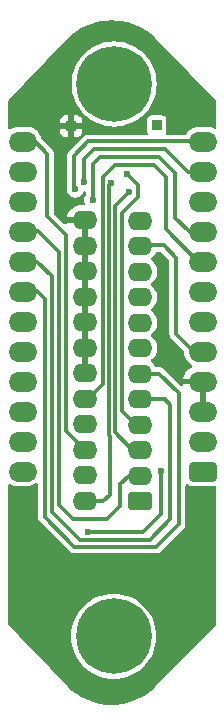
<source format=gbl>
G04 #@! TF.GenerationSoftware,KiCad,Pcbnew,6.0.1-79c1e3a40b~116~ubuntu20.04.1*
G04 #@! TF.CreationDate,2022-01-18T16:47:47+01:00*
G04 #@! TF.ProjectId,Pro_Micro_GPIB,50726f5f-4d69-4637-926f-5f475049422e,rev?*
G04 #@! TF.SameCoordinates,Original*
G04 #@! TF.FileFunction,Copper,L2,Bot*
G04 #@! TF.FilePolarity,Positive*
%FSLAX46Y46*%
G04 Gerber Fmt 4.6, Leading zero omitted, Abs format (unit mm)*
G04 Created by KiCad (PCBNEW 6.0.1-79c1e3a40b~116~ubuntu20.04.1) date 2022-01-18 16:47:47*
%MOMM*%
%LPD*%
G01*
G04 APERTURE LIST*
G04 Aperture macros list*
%AMRoundRect*
0 Rectangle with rounded corners*
0 $1 Rounding radius*
0 $2 $3 $4 $5 $6 $7 $8 $9 X,Y pos of 4 corners*
0 Add a 4 corners polygon primitive as box body*
4,1,4,$2,$3,$4,$5,$6,$7,$8,$9,$2,$3,0*
0 Add four circle primitives for the rounded corners*
1,1,$1+$1,$2,$3*
1,1,$1+$1,$4,$5*
1,1,$1+$1,$6,$7*
1,1,$1+$1,$8,$9*
0 Add four rect primitives between the rounded corners*
20,1,$1+$1,$2,$3,$4,$5,0*
20,1,$1+$1,$4,$5,$6,$7,0*
20,1,$1+$1,$6,$7,$8,$9,0*
20,1,$1+$1,$8,$9,$2,$3,0*%
G04 Aperture macros list end*
G04 #@! TA.AperFunction,ComponentPad*
%ADD10C,6.400000*%
G04 #@! TD*
G04 #@! TA.AperFunction,ComponentPad*
%ADD11C,0.800000*%
G04 #@! TD*
G04 #@! TA.AperFunction,ComponentPad*
%ADD12R,0.850000X0.850000*%
G04 #@! TD*
G04 #@! TA.AperFunction,ComponentPad*
%ADD13RoundRect,0.400000X0.650000X-0.400000X0.650000X0.400000X-0.650000X0.400000X-0.650000X-0.400000X0*%
G04 #@! TD*
G04 #@! TA.AperFunction,ComponentPad*
%ADD14O,2.100000X1.600000*%
G04 #@! TD*
G04 #@! TA.AperFunction,ComponentPad*
%ADD15RoundRect,0.425000X0.775000X-0.425000X0.775000X0.425000X-0.775000X0.425000X-0.775000X-0.425000X0*%
G04 #@! TD*
G04 #@! TA.AperFunction,ComponentPad*
%ADD16O,2.400000X1.700000*%
G04 #@! TD*
G04 #@! TA.AperFunction,ViaPad*
%ADD17C,0.600000*%
G04 #@! TD*
G04 #@! TA.AperFunction,ViaPad*
%ADD18C,0.800000*%
G04 #@! TD*
G04 #@! TA.AperFunction,Conductor*
%ADD19C,0.300000*%
G04 #@! TD*
G04 #@! TA.AperFunction,Conductor*
%ADD20C,0.400000*%
G04 #@! TD*
G04 #@! TA.AperFunction,Conductor*
%ADD21C,0.500000*%
G04 #@! TD*
G04 APERTURE END LIST*
D10*
X111950000Y-73230000D03*
D11*
X109550000Y-73230000D03*
X110252944Y-71532944D03*
X113647056Y-74927056D03*
X111950000Y-75630000D03*
X111950000Y-70830000D03*
X114350000Y-73230000D03*
X110252944Y-74927056D03*
X113647056Y-71532944D03*
D12*
X108320000Y-76810000D03*
D10*
X111910000Y-119990000D03*
D11*
X111910000Y-122390000D03*
X113607056Y-121687056D03*
X110212944Y-121687056D03*
X109510000Y-119990000D03*
X113607056Y-118292944D03*
X114310000Y-119990000D03*
X111910000Y-117590000D03*
X110212944Y-118292944D03*
D13*
X114135300Y-108548300D03*
D14*
X114135300Y-106389300D03*
X114135300Y-104230300D03*
X114135300Y-102071300D03*
X114135300Y-99912300D03*
X114135300Y-97753300D03*
X114135300Y-95594300D03*
X114135300Y-93435300D03*
X114135300Y-91276300D03*
X114135300Y-89117300D03*
X114135300Y-86958300D03*
X114135300Y-84799300D03*
X109455300Y-108523800D03*
X109455300Y-106364800D03*
X109455300Y-104205800D03*
X109455300Y-102046800D03*
X109455300Y-99887800D03*
X109455300Y-97728800D03*
X109455300Y-95569800D03*
X109455300Y-93410800D03*
X109455300Y-91251800D03*
X109455300Y-89092800D03*
X109455300Y-86933800D03*
X109455300Y-84774800D03*
D15*
X119455300Y-106039300D03*
D16*
X119455300Y-103499300D03*
X119455300Y-100959300D03*
X119455300Y-98419300D03*
X119455300Y-95879300D03*
X119455300Y-93339300D03*
X119455300Y-90799300D03*
X119455300Y-88259300D03*
X119455300Y-85719300D03*
X119455300Y-83179300D03*
X119455300Y-80639300D03*
X119455300Y-78099300D03*
X104215300Y-78099300D03*
X104215300Y-80639300D03*
X104215300Y-83179300D03*
X104215300Y-85719300D03*
X104215300Y-88259300D03*
X104215300Y-90799300D03*
X104215300Y-93339300D03*
X104215300Y-95879300D03*
X104215300Y-98419300D03*
X104215300Y-100959300D03*
X104215300Y-103499300D03*
X104215300Y-106039300D03*
D12*
X115560000Y-76720000D03*
D17*
X113208185Y-82410032D03*
X113055550Y-80879050D03*
X109708185Y-111150032D03*
X115915300Y-105958800D03*
X109372300Y-81512300D03*
X111647685Y-81650032D03*
X108674800Y-82149800D03*
X110125300Y-83037800D03*
D18*
X104218185Y-107950032D03*
X119488185Y-107940032D03*
X118938185Y-118420032D03*
X104808185Y-118570032D03*
D19*
X111319417Y-110088800D02*
X108483300Y-110088800D01*
X112468185Y-107090032D02*
X112468185Y-108940032D01*
X108483300Y-110088800D02*
X107298185Y-108903685D01*
X114242690Y-106389300D02*
X113168917Y-106389300D01*
X113168917Y-106389300D02*
X112468185Y-107090032D01*
X112468185Y-108940032D02*
X111319417Y-110088800D01*
X107298185Y-108903685D02*
X107298185Y-87480032D01*
X107298185Y-87480032D02*
X105522953Y-85704800D01*
X105522953Y-85704800D02*
X104228800Y-85704800D01*
X113208185Y-82410032D02*
X112018185Y-83600032D01*
X112018185Y-102730032D02*
X113471453Y-104183300D01*
X113471453Y-104183300D02*
X114134800Y-104183300D01*
X112018185Y-83600032D02*
X112018185Y-102730032D01*
X113055550Y-80879050D02*
X113944300Y-81767800D01*
X112588185Y-100922185D02*
X113690300Y-102024300D01*
X113944300Y-82783800D02*
X112588185Y-84139915D01*
X113055300Y-80878800D02*
X113055550Y-80879050D01*
X112588185Y-84139915D02*
X112588185Y-100922185D01*
X113690300Y-102024300D02*
X114261800Y-102024300D01*
X113944300Y-81767800D02*
X113944300Y-82783800D01*
X114260600Y-99930210D02*
X116231710Y-99930210D01*
X106668185Y-109430032D02*
X106668185Y-89520032D01*
X116688185Y-110075415D02*
X114964067Y-111799533D01*
X109037686Y-111799533D02*
X106668185Y-109430032D01*
X106668185Y-89520032D02*
X105456453Y-88308300D01*
X105456453Y-88308300D02*
X104165300Y-88308300D01*
X114964067Y-111799533D02*
X109037686Y-111799533D01*
X116688185Y-100386685D02*
X116688185Y-110075415D01*
X116231710Y-99930210D02*
X116688185Y-100386685D01*
X106058185Y-109900032D02*
X108588185Y-112430032D01*
X115785800Y-97769800D02*
X114388800Y-97769800D01*
X115508185Y-112430032D02*
X117436800Y-110501417D01*
X106058185Y-91407685D02*
X106058185Y-109900032D01*
X108588185Y-112430032D02*
X115508185Y-112430032D01*
X104228800Y-90784800D02*
X105435300Y-90784800D01*
X117436800Y-99420800D02*
X115785800Y-97769800D01*
X105435300Y-90784800D02*
X106058185Y-91407685D01*
X117436800Y-110501417D02*
X117436800Y-99420800D01*
X114438185Y-111150032D02*
X109708185Y-111150032D01*
X115912800Y-105961300D02*
X115912800Y-109675417D01*
X115912800Y-109675417D02*
X114438185Y-111150032D01*
X117182800Y-87924647D02*
X117182800Y-94406800D01*
X118695300Y-95919300D02*
X119445300Y-95919300D01*
X116132763Y-86874610D02*
X117182800Y-87924647D01*
X117182800Y-94406800D02*
X118695300Y-95919300D01*
X114260600Y-86874610D02*
X116132763Y-86874610D01*
D20*
X114135300Y-84799300D02*
X114135300Y-84342917D01*
D19*
X109372300Y-81513800D02*
X109372300Y-81512300D01*
X118227453Y-80679300D02*
X119445300Y-80679300D01*
X111518674Y-102936936D02*
X111518674Y-81779043D01*
X111608185Y-107990032D02*
X111608185Y-103026448D01*
X109372300Y-79608800D02*
X110241068Y-78740032D01*
X111032007Y-108566210D02*
X111608185Y-107990032D01*
X109372300Y-81512300D02*
X109372300Y-79608800D01*
X110241068Y-78740032D02*
X116288185Y-78740032D01*
X111518674Y-81779043D02*
X111647685Y-81650032D01*
X111608185Y-103026448D02*
X111518674Y-102936936D01*
X116288185Y-78740032D02*
X118227453Y-80679300D01*
X109460000Y-108566210D02*
X111032007Y-108566210D01*
X109753300Y-78084800D02*
X119341800Y-78084800D01*
X108673800Y-82148800D02*
X108546800Y-82021800D01*
X108546800Y-79291300D02*
X109753300Y-78084800D01*
X108546800Y-82021800D02*
X108546800Y-79291300D01*
X104228800Y-78084800D02*
X105252953Y-78084800D01*
X105252953Y-78084800D02*
X106288185Y-79120032D01*
X107898185Y-86030032D02*
X107898185Y-102645685D01*
X107898185Y-102645685D02*
X109499300Y-104246800D01*
X106288185Y-84420032D02*
X107898185Y-86030032D01*
X106288185Y-79120032D02*
X106288185Y-84420032D01*
X117128185Y-80740032D02*
X117128185Y-84570685D01*
X110724068Y-79400032D02*
X115788185Y-79400032D01*
X110125300Y-79998800D02*
X110724068Y-79400032D01*
X117128185Y-84570685D02*
X118262300Y-85704800D01*
X110125300Y-83037800D02*
X110125300Y-79998800D01*
X115788185Y-79400032D02*
X117128185Y-80740032D01*
X119077453Y-88299300D02*
X119445300Y-88299300D01*
X110998185Y-98594915D02*
X110998185Y-81080032D01*
X116308185Y-85530032D02*
X119077453Y-88299300D01*
X109455300Y-99887800D02*
X109705300Y-99887800D01*
X116308185Y-81090032D02*
X116308185Y-85530032D01*
X110998185Y-81080032D02*
X111988185Y-80090032D01*
X109705300Y-99887800D02*
X110998185Y-98594915D01*
X115308185Y-80090032D02*
X116308185Y-81090032D01*
X111988185Y-80090032D02*
X115308185Y-80090032D01*
D21*
X109448185Y-84740032D02*
X109460000Y-84751847D01*
X109460000Y-95561410D02*
X109460000Y-97667000D01*
X109460000Y-84751847D02*
X109460000Y-91190000D01*
X109460000Y-93351610D02*
X109460000Y-95508000D01*
X109460000Y-91192610D02*
X109460000Y-93349000D01*
G04 #@! TA.AperFunction,Conductor*
G36*
X105445225Y-107036241D02*
G01*
X105493656Y-107086601D01*
X105507685Y-107143893D01*
X105507685Y-109885075D01*
X105507576Y-109890267D01*
X105504975Y-109952326D01*
X105506906Y-109960557D01*
X105506906Y-109960561D01*
X105514932Y-109994779D01*
X105517061Y-110006264D01*
X105522979Y-110049464D01*
X105526336Y-110057221D01*
X105529019Y-110063421D01*
X105535943Y-110084357D01*
X105539417Y-110099168D01*
X105543490Y-110106576D01*
X105560423Y-110137378D01*
X105565561Y-110147867D01*
X105579522Y-110180129D01*
X105579525Y-110180134D01*
X105582880Y-110187887D01*
X105588197Y-110194453D01*
X105588198Y-110194455D01*
X105592452Y-110199708D01*
X105604742Y-110217997D01*
X105612078Y-110231340D01*
X105619082Y-110239454D01*
X105643694Y-110264066D01*
X105652379Y-110273711D01*
X105677799Y-110305102D01*
X105693269Y-110316096D01*
X105709119Y-110329491D01*
X108188327Y-112808698D01*
X108191922Y-112812446D01*
X108233984Y-112858188D01*
X108267985Y-112879269D01*
X108271046Y-112881167D01*
X108280672Y-112887783D01*
X108315401Y-112914144D01*
X108323258Y-112917255D01*
X108323260Y-112917256D01*
X108329549Y-112919746D01*
X108349235Y-112929647D01*
X108353355Y-112932201D01*
X108362171Y-112937667D01*
X108400490Y-112948800D01*
X108404049Y-112949834D01*
X108415101Y-112953618D01*
X108447775Y-112966555D01*
X108447782Y-112966557D01*
X108455638Y-112969667D01*
X108464041Y-112970550D01*
X108464045Y-112970551D01*
X108470758Y-112971256D01*
X108492399Y-112975502D01*
X108500770Y-112977934D01*
X108507010Y-112979747D01*
X108513485Y-112980222D01*
X108513488Y-112980223D01*
X108515425Y-112980365D01*
X108515427Y-112980365D01*
X108517700Y-112980532D01*
X108552508Y-112980532D01*
X108565470Y-112981211D01*
X108605639Y-112985433D01*
X108613969Y-112984024D01*
X108613972Y-112984024D01*
X108624352Y-112982268D01*
X108645031Y-112980532D01*
X115493228Y-112980532D01*
X115498421Y-112980641D01*
X115552031Y-112982888D01*
X115552032Y-112982888D01*
X115560479Y-112983242D01*
X115568710Y-112981311D01*
X115568714Y-112981311D01*
X115602932Y-112973285D01*
X115614417Y-112971156D01*
X115632273Y-112968710D01*
X115649245Y-112966385D01*
X115649246Y-112966385D01*
X115657617Y-112965238D01*
X115671575Y-112959198D01*
X115692510Y-112952274D01*
X115699088Y-112950731D01*
X115707321Y-112948800D01*
X115745533Y-112927793D01*
X115756020Y-112922656D01*
X115788282Y-112908695D01*
X115788287Y-112908692D01*
X115796040Y-112905337D01*
X115802606Y-112900020D01*
X115802608Y-112900019D01*
X115807861Y-112895765D01*
X115826150Y-112883475D01*
X115839493Y-112876139D01*
X115847607Y-112869135D01*
X115872219Y-112844523D01*
X115881864Y-112835838D01*
X115913255Y-112810418D01*
X115924249Y-112794948D01*
X115937644Y-112779098D01*
X117815479Y-110901263D01*
X117819227Y-110897668D01*
X117858735Y-110861339D01*
X117858737Y-110861337D01*
X117864956Y-110855618D01*
X117887938Y-110818552D01*
X117894550Y-110808932D01*
X117909180Y-110789658D01*
X117920912Y-110774201D01*
X117926512Y-110760057D01*
X117936418Y-110740361D01*
X117939980Y-110734616D01*
X117944435Y-110727431D01*
X117956602Y-110685552D01*
X117960381Y-110674513D01*
X117976435Y-110633965D01*
X117978025Y-110618840D01*
X117982268Y-110597211D01*
X117984701Y-110588836D01*
X117986515Y-110582592D01*
X117987300Y-110571902D01*
X117987300Y-110537094D01*
X117987979Y-110524132D01*
X117988071Y-110523255D01*
X117992201Y-110483963D01*
X117989036Y-110465250D01*
X117987300Y-110444571D01*
X117987300Y-107225169D01*
X118006985Y-107158130D01*
X118059789Y-107112375D01*
X118128947Y-107102431D01*
X118188999Y-107128531D01*
X118232922Y-107163846D01*
X118393575Y-107243595D01*
X118400092Y-107245220D01*
X118400095Y-107245221D01*
X118562307Y-107285664D01*
X118562309Y-107285664D01*
X118567606Y-107286985D01*
X118573049Y-107287356D01*
X118573055Y-107287357D01*
X118596000Y-107288921D01*
X118608896Y-107289800D01*
X120301704Y-107289800D01*
X120314600Y-107288921D01*
X120337545Y-107287357D01*
X120337551Y-107287356D01*
X120342994Y-107286985D01*
X120348291Y-107285664D01*
X120348293Y-107285664D01*
X120404857Y-107271561D01*
X120444188Y-107261755D01*
X120513997Y-107264637D01*
X120571167Y-107304803D01*
X120597546Y-107369502D01*
X120598185Y-107382072D01*
X120598185Y-118957133D01*
X120578500Y-119024172D01*
X120563048Y-119043616D01*
X115433613Y-124314023D01*
X115414473Y-124330079D01*
X115405971Y-124335859D01*
X115398112Y-124345994D01*
X115381160Y-124363862D01*
X115073771Y-124629262D01*
X115065623Y-124635721D01*
X114711120Y-124893298D01*
X114702460Y-124899051D01*
X114327635Y-125126019D01*
X114318524Y-125131027D01*
X113925989Y-125325803D01*
X113916489Y-125330030D01*
X113509025Y-125491234D01*
X113499208Y-125494649D01*
X113080842Y-125620799D01*
X113079671Y-125621152D01*
X113069602Y-125623733D01*
X112640934Y-125714645D01*
X112630688Y-125716373D01*
X112534267Y-125728500D01*
X112195913Y-125771055D01*
X112185551Y-125771919D01*
X111853960Y-125785602D01*
X111747714Y-125789986D01*
X111737324Y-125789978D01*
X111299532Y-125771302D01*
X111289178Y-125770424D01*
X110854468Y-125715136D01*
X110844240Y-125713397D01*
X110415681Y-125621883D01*
X110405630Y-125619291D01*
X109986272Y-125492205D01*
X109976459Y-125488776D01*
X109569198Y-125326996D01*
X109559705Y-125322756D01*
X109167464Y-125127444D01*
X109158359Y-125122424D01*
X108783833Y-124894924D01*
X108775181Y-124889158D01*
X108421040Y-124631088D01*
X108412917Y-124624631D01*
X108105882Y-124358789D01*
X108088957Y-124340898D01*
X108081115Y-124330756D01*
X108073051Y-124325257D01*
X108070739Y-124323079D01*
X108054550Y-124309349D01*
X104989912Y-121101014D01*
X103928659Y-119990000D01*
X108304559Y-119990000D01*
X108324310Y-120366871D01*
X108383347Y-120739613D01*
X108481022Y-121104143D01*
X108482180Y-121107159D01*
X108482182Y-121107166D01*
X108615102Y-121453434D01*
X108615106Y-121453442D01*
X108616266Y-121456465D01*
X108787597Y-121792720D01*
X108789363Y-121795440D01*
X108789368Y-121795448D01*
X108991365Y-122106497D01*
X108993137Y-122109225D01*
X108995178Y-122111745D01*
X108995182Y-122111751D01*
X109228595Y-122399992D01*
X109230635Y-122402511D01*
X109497489Y-122669365D01*
X109500006Y-122671403D01*
X109500008Y-122671405D01*
X109788249Y-122904818D01*
X109788255Y-122904822D01*
X109790775Y-122906863D01*
X109793498Y-122908631D01*
X109793503Y-122908635D01*
X110061843Y-123082897D01*
X110107279Y-123112403D01*
X110443535Y-123283734D01*
X110446558Y-123284894D01*
X110446566Y-123284898D01*
X110792834Y-123417818D01*
X110792841Y-123417820D01*
X110795857Y-123418978D01*
X111160387Y-123516653D01*
X111533129Y-123575690D01*
X111536361Y-123575859D01*
X111536367Y-123575860D01*
X111906756Y-123595271D01*
X111910000Y-123595441D01*
X111913244Y-123595271D01*
X112283633Y-123575860D01*
X112283639Y-123575859D01*
X112286871Y-123575690D01*
X112659613Y-123516653D01*
X113024143Y-123418978D01*
X113027159Y-123417820D01*
X113027166Y-123417818D01*
X113373434Y-123284898D01*
X113373442Y-123284894D01*
X113376465Y-123283734D01*
X113712721Y-123112403D01*
X113758157Y-123082897D01*
X114026497Y-122908635D01*
X114026502Y-122908631D01*
X114029225Y-122906863D01*
X114031745Y-122904822D01*
X114031751Y-122904818D01*
X114319992Y-122671405D01*
X114319994Y-122671403D01*
X114322511Y-122669365D01*
X114589365Y-122402511D01*
X114591405Y-122399992D01*
X114824818Y-122111751D01*
X114824822Y-122111745D01*
X114826863Y-122109225D01*
X114828635Y-122106497D01*
X115030632Y-121795448D01*
X115030637Y-121795440D01*
X115032403Y-121792720D01*
X115203734Y-121456465D01*
X115204894Y-121453442D01*
X115204898Y-121453434D01*
X115337818Y-121107166D01*
X115337820Y-121107159D01*
X115338978Y-121104143D01*
X115436653Y-120739613D01*
X115495690Y-120366871D01*
X115515441Y-119990000D01*
X115495690Y-119613129D01*
X115436653Y-119240387D01*
X115338978Y-118875857D01*
X115337818Y-118872834D01*
X115204898Y-118526566D01*
X115204894Y-118526558D01*
X115203734Y-118523535D01*
X115032403Y-118187280D01*
X115030637Y-118184560D01*
X115030632Y-118184552D01*
X114828635Y-117873503D01*
X114828631Y-117873498D01*
X114826863Y-117870775D01*
X114824822Y-117868255D01*
X114824818Y-117868249D01*
X114591405Y-117580008D01*
X114591403Y-117580006D01*
X114589365Y-117577489D01*
X114322511Y-117310635D01*
X114319992Y-117308595D01*
X114031751Y-117075182D01*
X114031745Y-117075178D01*
X114029225Y-117073137D01*
X114026502Y-117071369D01*
X114026497Y-117071365D01*
X113715448Y-116869368D01*
X113712721Y-116867597D01*
X113376465Y-116696266D01*
X113373442Y-116695106D01*
X113373434Y-116695102D01*
X113027166Y-116562182D01*
X113027159Y-116562180D01*
X113024143Y-116561022D01*
X112659613Y-116463347D01*
X112286871Y-116404310D01*
X112283639Y-116404141D01*
X112283633Y-116404140D01*
X111913244Y-116384729D01*
X111910000Y-116384559D01*
X111906756Y-116384729D01*
X111536367Y-116404140D01*
X111536361Y-116404141D01*
X111533129Y-116404310D01*
X111160387Y-116463347D01*
X110795857Y-116561022D01*
X110792841Y-116562180D01*
X110792834Y-116562182D01*
X110446566Y-116695102D01*
X110446558Y-116695106D01*
X110443535Y-116696266D01*
X110107280Y-116867597D01*
X110104560Y-116869363D01*
X110104552Y-116869368D01*
X109793503Y-117071365D01*
X109793498Y-117071369D01*
X109790775Y-117073137D01*
X109788255Y-117075178D01*
X109788249Y-117075182D01*
X109500008Y-117308595D01*
X109497489Y-117310635D01*
X109230635Y-117577489D01*
X109228597Y-117580006D01*
X109228595Y-117580008D01*
X108995182Y-117868249D01*
X108995178Y-117868255D01*
X108993137Y-117870775D01*
X108991369Y-117873498D01*
X108991365Y-117873503D01*
X108789368Y-118184552D01*
X108789363Y-118184560D01*
X108787597Y-118187280D01*
X108616266Y-118523535D01*
X108615106Y-118526558D01*
X108615102Y-118526566D01*
X108482182Y-118872834D01*
X108481022Y-118875857D01*
X108383347Y-119240387D01*
X108324310Y-119613129D01*
X108304559Y-119990000D01*
X103928659Y-119990000D01*
X103026589Y-119045633D01*
X102994517Y-118983559D01*
X102992255Y-118959983D01*
X102992255Y-107192076D01*
X103011940Y-107125037D01*
X103064744Y-107079282D01*
X103133902Y-107069338D01*
X103182148Y-107087032D01*
X103206695Y-107102431D01*
X103290615Y-107155075D01*
X103290620Y-107155078D01*
X103295290Y-107158007D01*
X103300407Y-107160064D01*
X103300411Y-107160066D01*
X103407978Y-107203307D01*
X103502405Y-107241266D01*
X103507807Y-107242385D01*
X103507808Y-107242385D01*
X103513651Y-107243595D01*
X103720990Y-107286533D01*
X103777649Y-107289800D01*
X104621930Y-107289800D01*
X104624673Y-107289555D01*
X104624677Y-107289555D01*
X104782139Y-107275502D01*
X104782141Y-107275502D01*
X104787639Y-107275011D01*
X105002951Y-107216108D01*
X105007930Y-107213733D01*
X105007933Y-107213732D01*
X105199448Y-107122384D01*
X105199450Y-107122383D01*
X105204429Y-107120008D01*
X105208913Y-107116786D01*
X105311326Y-107043195D01*
X105377255Y-107020060D01*
X105445225Y-107036241D01*
G37*
G04 #@! TD.AperFunction*
G04 #@! TA.AperFunction,Conductor*
G36*
X115920415Y-87444795D02*
G01*
X115941057Y-87461429D01*
X116595981Y-88116353D01*
X116629466Y-88177676D01*
X116632300Y-88204034D01*
X116632300Y-94391843D01*
X116632191Y-94397035D01*
X116629590Y-94459094D01*
X116631521Y-94467325D01*
X116631521Y-94467329D01*
X116639547Y-94501547D01*
X116641677Y-94513036D01*
X116645809Y-94543198D01*
X116647594Y-94556232D01*
X116650951Y-94563989D01*
X116653634Y-94570189D01*
X116660558Y-94591125D01*
X116664032Y-94605936D01*
X116684732Y-94643589D01*
X116685038Y-94644146D01*
X116690176Y-94654635D01*
X116704137Y-94686897D01*
X116704140Y-94686902D01*
X116707495Y-94694655D01*
X116712812Y-94701221D01*
X116712813Y-94701223D01*
X116717067Y-94706476D01*
X116729357Y-94724765D01*
X116736693Y-94738108D01*
X116740941Y-94743030D01*
X116740943Y-94743032D01*
X116742212Y-94744502D01*
X116743697Y-94746222D01*
X116768309Y-94770834D01*
X116776994Y-94780479D01*
X116802414Y-94811870D01*
X116817884Y-94822864D01*
X116833734Y-94836259D01*
X117814642Y-95817166D01*
X117848127Y-95878489D01*
X117850421Y-95907711D01*
X117850511Y-95907708D01*
X117850571Y-95909623D01*
X117850756Y-95911977D01*
X117850366Y-95918738D01*
X117877183Y-96140344D01*
X117878808Y-96145626D01*
X117936274Y-96332424D01*
X117942819Y-96353700D01*
X117945352Y-96358607D01*
X117945353Y-96358610D01*
X118042667Y-96547150D01*
X118045201Y-96552059D01*
X118069082Y-96583181D01*
X118177730Y-96724776D01*
X118177734Y-96724780D01*
X118181090Y-96729154D01*
X118346193Y-96879386D01*
X118352265Y-96883195D01*
X118522852Y-96990205D01*
X118569182Y-97042505D01*
X118579882Y-97111551D01*
X118551554Y-97175420D01*
X118509363Y-97207630D01*
X118432633Y-97243410D01*
X118423283Y-97248808D01*
X118238657Y-97378084D01*
X118230393Y-97385019D01*
X118071021Y-97544391D01*
X118064085Y-97552657D01*
X117934802Y-97737292D01*
X117929414Y-97746624D01*
X117834157Y-97950903D01*
X117830468Y-97961036D01*
X117779278Y-98152079D01*
X117779609Y-98165953D01*
X117787425Y-98169300D01*
X119581300Y-98169300D01*
X119648339Y-98188985D01*
X119694094Y-98241789D01*
X119705300Y-98293300D01*
X119705300Y-101085300D01*
X119685615Y-101152339D01*
X119632811Y-101198094D01*
X119581300Y-101209300D01*
X119329300Y-101209300D01*
X119262261Y-101189615D01*
X119216506Y-101136811D01*
X119205300Y-101085300D01*
X119205300Y-98687130D01*
X119200896Y-98672131D01*
X119199526Y-98670944D01*
X119191968Y-98669300D01*
X117792494Y-98669300D01*
X117779177Y-98673210D01*
X117775281Y-98700304D01*
X117746255Y-98763859D01*
X117687477Y-98801633D01*
X117617607Y-98801633D01*
X117564862Y-98770337D01*
X116185658Y-97391134D01*
X116182063Y-97387386D01*
X116145722Y-97347865D01*
X116145720Y-97347863D01*
X116140001Y-97341644D01*
X116102938Y-97318664D01*
X116093310Y-97312047D01*
X116065316Y-97290798D01*
X116065313Y-97290796D01*
X116058583Y-97285688D01*
X116050725Y-97282577D01*
X116050720Y-97282574D01*
X116044445Y-97280090D01*
X116024744Y-97270182D01*
X116018999Y-97266620D01*
X116011814Y-97262165D01*
X115985846Y-97254621D01*
X115969942Y-97250000D01*
X115958891Y-97246216D01*
X115926208Y-97233276D01*
X115926205Y-97233275D01*
X115918347Y-97230164D01*
X115903218Y-97228574D01*
X115881584Y-97224329D01*
X115873219Y-97221899D01*
X115866975Y-97220085D01*
X115859476Y-97219534D01*
X115858560Y-97219467D01*
X115858558Y-97219467D01*
X115856285Y-97219300D01*
X115821478Y-97219300D01*
X115808517Y-97218621D01*
X115776752Y-97215282D01*
X115776749Y-97215282D01*
X115768346Y-97214399D01*
X115760016Y-97215808D01*
X115760013Y-97215808D01*
X115749633Y-97217564D01*
X115728954Y-97219300D01*
X115535110Y-97219300D01*
X115468071Y-97199615D01*
X115428544Y-97158700D01*
X115363596Y-97049532D01*
X115363595Y-97049531D01*
X115360686Y-97044641D01*
X115215210Y-96878757D01*
X115210751Y-96875242D01*
X115210747Y-96875238D01*
X115077766Y-96770405D01*
X115037306Y-96713443D01*
X115034064Y-96643649D01*
X115069071Y-96583181D01*
X115080342Y-96573671D01*
X115115858Y-96547150D01*
X115192033Y-96490267D01*
X115341801Y-96328249D01*
X115459536Y-96141650D01*
X115541294Y-95936721D01*
X115547065Y-95907711D01*
X115583227Y-95725908D01*
X115584338Y-95720324D01*
X115587226Y-95499706D01*
X115549862Y-95282257D01*
X115473496Y-95075257D01*
X115386394Y-94928852D01*
X115363596Y-94890532D01*
X115363595Y-94890531D01*
X115360686Y-94885641D01*
X115215210Y-94719757D01*
X115210751Y-94716242D01*
X115210747Y-94716238D01*
X115077766Y-94611405D01*
X115037306Y-94554443D01*
X115034064Y-94484649D01*
X115069071Y-94424181D01*
X115080342Y-94414671D01*
X115110912Y-94391843D01*
X115192033Y-94331267D01*
X115341801Y-94169249D01*
X115438216Y-94016441D01*
X115456502Y-93987459D01*
X115456503Y-93987457D01*
X115459536Y-93982650D01*
X115541294Y-93777721D01*
X115584338Y-93561324D01*
X115586729Y-93378738D01*
X115587152Y-93346395D01*
X115587152Y-93346390D01*
X115587226Y-93340706D01*
X115586263Y-93335101D01*
X115550825Y-93128860D01*
X115550824Y-93128857D01*
X115549862Y-93123257D01*
X115473496Y-92916257D01*
X115382031Y-92762518D01*
X115363596Y-92731532D01*
X115363595Y-92731531D01*
X115360686Y-92726641D01*
X115215210Y-92560757D01*
X115210751Y-92557242D01*
X115210747Y-92557238D01*
X115077766Y-92452405D01*
X115037306Y-92395443D01*
X115034064Y-92325649D01*
X115069071Y-92265181D01*
X115080342Y-92255671D01*
X115123389Y-92223526D01*
X115192033Y-92172267D01*
X115341801Y-92010249D01*
X115369540Y-91966286D01*
X115456502Y-91828459D01*
X115456503Y-91828457D01*
X115459536Y-91823650D01*
X115541294Y-91618721D01*
X115584338Y-91402324D01*
X115585397Y-91321495D01*
X115587152Y-91187395D01*
X115587152Y-91187390D01*
X115587226Y-91181706D01*
X115549862Y-90964257D01*
X115473496Y-90757257D01*
X115360686Y-90567641D01*
X115215210Y-90401757D01*
X115210751Y-90398242D01*
X115210747Y-90398238D01*
X115077766Y-90293405D01*
X115037306Y-90236443D01*
X115034064Y-90166649D01*
X115069071Y-90106181D01*
X115080342Y-90096671D01*
X115192033Y-90013267D01*
X115341801Y-89851249D01*
X115355240Y-89829950D01*
X115456502Y-89669459D01*
X115456503Y-89669457D01*
X115459536Y-89664650D01*
X115541294Y-89459721D01*
X115549535Y-89418294D01*
X115565747Y-89336786D01*
X115584338Y-89243324D01*
X115584736Y-89212975D01*
X115587152Y-89028395D01*
X115587152Y-89028390D01*
X115587226Y-89022706D01*
X115570807Y-88927150D01*
X115550825Y-88810860D01*
X115550824Y-88810857D01*
X115549862Y-88805257D01*
X115473496Y-88598257D01*
X115360686Y-88408641D01*
X115215210Y-88242757D01*
X115210751Y-88239242D01*
X115210747Y-88239238D01*
X115077766Y-88134405D01*
X115037306Y-88077443D01*
X115034064Y-88007649D01*
X115069071Y-87947181D01*
X115080342Y-87937671D01*
X115192033Y-87854267D01*
X115341801Y-87692249D01*
X115344836Y-87687439D01*
X115456502Y-87510459D01*
X115456503Y-87510457D01*
X115459536Y-87505650D01*
X115461643Y-87500369D01*
X115464223Y-87495305D01*
X115465986Y-87496203D01*
X115503653Y-87448189D01*
X115575701Y-87425110D01*
X115853376Y-87425110D01*
X115920415Y-87444795D01*
G37*
G04 #@! TD.AperFunction*
G04 #@! TA.AperFunction,Conductor*
G36*
X111755186Y-67846086D02*
G01*
X112192978Y-67864762D01*
X112203332Y-67865640D01*
X112638042Y-67920928D01*
X112648270Y-67922667D01*
X113076829Y-68014181D01*
X113086880Y-68016773D01*
X113506236Y-68143858D01*
X113516051Y-68147288D01*
X113923312Y-68309068D01*
X113932805Y-68313308D01*
X114325046Y-68508620D01*
X114334151Y-68513640D01*
X114708677Y-68741140D01*
X114717326Y-68746904D01*
X115071470Y-69004976D01*
X115079593Y-69011433D01*
X115380769Y-69272202D01*
X115386626Y-69277273D01*
X115403553Y-69295166D01*
X115411395Y-69305308D01*
X115420185Y-69311302D01*
X115439188Y-69327267D01*
X116200299Y-70109368D01*
X120442721Y-74468788D01*
X120563051Y-74592437D01*
X120595698Y-74654210D01*
X120598185Y-74678918D01*
X120598185Y-76896239D01*
X120578500Y-76963278D01*
X120525696Y-77009033D01*
X120456538Y-77018977D01*
X120408291Y-77001282D01*
X120404253Y-76998749D01*
X120375310Y-76980593D01*
X120370193Y-76978536D01*
X120370189Y-76978534D01*
X120173317Y-76899393D01*
X120168195Y-76897334D01*
X119949610Y-76852067D01*
X119892951Y-76848800D01*
X119048670Y-76848800D01*
X119045927Y-76849045D01*
X119045923Y-76849045D01*
X118888461Y-76863098D01*
X118888459Y-76863098D01*
X118882961Y-76863589D01*
X118667649Y-76922492D01*
X118662670Y-76924867D01*
X118662667Y-76924868D01*
X118471152Y-77016216D01*
X118466171Y-77018592D01*
X118461689Y-77021813D01*
X118461687Y-77021814D01*
X118348797Y-77102934D01*
X118284895Y-77148852D01*
X118129551Y-77309154D01*
X118126473Y-77313734D01*
X118126471Y-77313737D01*
X118079699Y-77383342D01*
X118026971Y-77461811D01*
X118015111Y-77479460D01*
X117961382Y-77524125D01*
X117912189Y-77534300D01*
X116438483Y-77534300D01*
X116371444Y-77514615D01*
X116325689Y-77461811D01*
X116315745Y-77392653D01*
X116327998Y-77354005D01*
X116329655Y-77350753D01*
X116370646Y-77270304D01*
X116385500Y-77176519D01*
X116385499Y-76263482D01*
X116370646Y-76169696D01*
X116313050Y-76056658D01*
X116223342Y-75966950D01*
X116110304Y-75909354D01*
X116069113Y-75902830D01*
X116021339Y-75895263D01*
X116021334Y-75895263D01*
X116016519Y-75894500D01*
X116011641Y-75894500D01*
X115559673Y-75894501D01*
X115103482Y-75894501D01*
X115030849Y-75906004D01*
X115019331Y-75907828D01*
X115019330Y-75907828D01*
X115009696Y-75909354D01*
X114896658Y-75966950D01*
X114806950Y-76056658D01*
X114749354Y-76169696D01*
X114734500Y-76263481D01*
X114734501Y-77176518D01*
X114749354Y-77270304D01*
X114790345Y-77350753D01*
X114792002Y-77354005D01*
X114804898Y-77422674D01*
X114778622Y-77487415D01*
X114721515Y-77527672D01*
X114681517Y-77534300D01*
X109768257Y-77534300D01*
X109763064Y-77534191D01*
X109709454Y-77531944D01*
X109709453Y-77531944D01*
X109701006Y-77531590D01*
X109692775Y-77533521D01*
X109692771Y-77533521D01*
X109658553Y-77541547D01*
X109647068Y-77543676D01*
X109629212Y-77546122D01*
X109612240Y-77548447D01*
X109612239Y-77548447D01*
X109603868Y-77549594D01*
X109596110Y-77552951D01*
X109596111Y-77552951D01*
X109589911Y-77555634D01*
X109568975Y-77562558D01*
X109562397Y-77564101D01*
X109554164Y-77566032D01*
X109515954Y-77587038D01*
X109505465Y-77592176D01*
X109473203Y-77606137D01*
X109473198Y-77606140D01*
X109465445Y-77609495D01*
X109458879Y-77614812D01*
X109458877Y-77614813D01*
X109453624Y-77619067D01*
X109435335Y-77631357D01*
X109421992Y-77638693D01*
X109413878Y-77645697D01*
X109389266Y-77670309D01*
X109379621Y-77678994D01*
X109348230Y-77704414D01*
X109343334Y-77711304D01*
X109337236Y-77719884D01*
X109323841Y-77735734D01*
X108168134Y-78891442D01*
X108164386Y-78895037D01*
X108124865Y-78931378D01*
X108124863Y-78931380D01*
X108118644Y-78937099D01*
X108111170Y-78949154D01*
X108095664Y-78974162D01*
X108089047Y-78983790D01*
X108067798Y-79011784D01*
X108067796Y-79011787D01*
X108062688Y-79018517D01*
X108059577Y-79026375D01*
X108059574Y-79026380D01*
X108057090Y-79032655D01*
X108047182Y-79052356D01*
X108039165Y-79065286D01*
X108036807Y-79073403D01*
X108027000Y-79107158D01*
X108023216Y-79118209D01*
X108014873Y-79139282D01*
X108007164Y-79158753D01*
X108006281Y-79167157D01*
X108005574Y-79173881D01*
X108001329Y-79195516D01*
X107997085Y-79210125D01*
X107996300Y-79220815D01*
X107996300Y-79255622D01*
X107995621Y-79268582D01*
X107991399Y-79308754D01*
X107992808Y-79317084D01*
X107992808Y-79317087D01*
X107994564Y-79327467D01*
X107996300Y-79348146D01*
X107996300Y-81942880D01*
X107992810Y-81970501D01*
X107991324Y-81974313D01*
X107969194Y-82142411D01*
X107970014Y-82149839D01*
X107970014Y-82149841D01*
X107980184Y-82241957D01*
X107987799Y-82310935D01*
X107990365Y-82317947D01*
X107990366Y-82317951D01*
X107996175Y-82333824D01*
X108046066Y-82470156D01*
X108050233Y-82476358D01*
X108050235Y-82476361D01*
X108096673Y-82545468D01*
X108140630Y-82610883D01*
X108146160Y-82615915D01*
X108260502Y-82719959D01*
X108260506Y-82719962D01*
X108266033Y-82724991D01*
X108415035Y-82805892D01*
X108507879Y-82830249D01*
X108571805Y-82847020D01*
X108571807Y-82847020D01*
X108579033Y-82848916D01*
X108661978Y-82850219D01*
X108741090Y-82851462D01*
X108741093Y-82851462D01*
X108748560Y-82851579D01*
X108888727Y-82819477D01*
X108906538Y-82815398D01*
X108906539Y-82815398D01*
X108913829Y-82813728D01*
X109024606Y-82758013D01*
X109058620Y-82740906D01*
X109058622Y-82740905D01*
X109065298Y-82737547D01*
X109070980Y-82732694D01*
X109070983Y-82732692D01*
X109188541Y-82632287D01*
X109194223Y-82627434D01*
X109293161Y-82489747D01*
X109335748Y-82383809D01*
X109379017Y-82328950D01*
X109445077Y-82306192D01*
X109512953Y-82322762D01*
X109561097Y-82373398D01*
X109574800Y-82430060D01*
X109574800Y-82563557D01*
X109552251Y-82634857D01*
X109503413Y-82704347D01*
X109441824Y-82862313D01*
X109419694Y-83030411D01*
X109420514Y-83037839D01*
X109420514Y-83037841D01*
X109434871Y-83167884D01*
X109438299Y-83198935D01*
X109440865Y-83205947D01*
X109440866Y-83205951D01*
X109478279Y-83308186D01*
X109482832Y-83377908D01*
X109448968Y-83439022D01*
X109387439Y-83472127D01*
X109361831Y-83474800D01*
X109151246Y-83474800D01*
X109145836Y-83475036D01*
X108984094Y-83489187D01*
X108973463Y-83491061D01*
X108764202Y-83547132D01*
X108754069Y-83550821D01*
X108557720Y-83642380D01*
X108548387Y-83647768D01*
X108370919Y-83772033D01*
X108362653Y-83778969D01*
X108209469Y-83932153D01*
X108202533Y-83940419D01*
X108078268Y-84117887D01*
X108072880Y-84127220D01*
X107981323Y-84323565D01*
X107977631Y-84333708D01*
X107931042Y-84507579D01*
X107931373Y-84521453D01*
X107939189Y-84524800D01*
X109581300Y-84524800D01*
X109648339Y-84544485D01*
X109694094Y-84597289D01*
X109705300Y-84648800D01*
X109705300Y-97854800D01*
X109685615Y-97921839D01*
X109632811Y-97967594D01*
X109581300Y-97978800D01*
X109329300Y-97978800D01*
X109262261Y-97959115D01*
X109216506Y-97906311D01*
X109205300Y-97854800D01*
X109205300Y-85042630D01*
X109200896Y-85027631D01*
X109199526Y-85026444D01*
X109191968Y-85024800D01*
X107944258Y-85024800D01*
X107929259Y-85029204D01*
X107917935Y-85042273D01*
X107905046Y-85070496D01*
X107846268Y-85108270D01*
X107776398Y-85108270D01*
X107723652Y-85076974D01*
X106875004Y-84228327D01*
X106841519Y-84167004D01*
X106838685Y-84140646D01*
X106838685Y-79134989D01*
X106838794Y-79129796D01*
X106841041Y-79076186D01*
X106841041Y-79076185D01*
X106841395Y-79067738D01*
X106839464Y-79059507D01*
X106839464Y-79059503D01*
X106831438Y-79025285D01*
X106829308Y-79013796D01*
X106829033Y-79011784D01*
X106823391Y-78970600D01*
X106817351Y-78956642D01*
X106810427Y-78935707D01*
X106808884Y-78929129D01*
X106806953Y-78920896D01*
X106785946Y-78882684D01*
X106780809Y-78872197D01*
X106766848Y-78839935D01*
X106766845Y-78839930D01*
X106763490Y-78832177D01*
X106753918Y-78820356D01*
X106741625Y-78802063D01*
X106734292Y-78788724D01*
X106727288Y-78780610D01*
X106702676Y-78755998D01*
X106693991Y-78746353D01*
X106673890Y-78721531D01*
X106668571Y-78714962D01*
X106653101Y-78703968D01*
X106637251Y-78690573D01*
X105818967Y-77872290D01*
X105788130Y-77821070D01*
X105729406Y-77630181D01*
X105729404Y-77630177D01*
X105727781Y-77624900D01*
X105724771Y-77619067D01*
X105627933Y-77431450D01*
X105627932Y-77431448D01*
X105625399Y-77426541D01*
X105538842Y-77313737D01*
X105512166Y-77278972D01*
X107395000Y-77278972D01*
X107395363Y-77285669D01*
X107400803Y-77335744D01*
X107404371Y-77350753D01*
X107448817Y-77469311D01*
X107457212Y-77484646D01*
X107532516Y-77585124D01*
X107544876Y-77597484D01*
X107645354Y-77672788D01*
X107660689Y-77681183D01*
X107779247Y-77725629D01*
X107794256Y-77729197D01*
X107844331Y-77734637D01*
X107851028Y-77735000D01*
X108052170Y-77735000D01*
X108067169Y-77730596D01*
X108068356Y-77729226D01*
X108070000Y-77721668D01*
X108070000Y-77717170D01*
X108570000Y-77717170D01*
X108574404Y-77732169D01*
X108575774Y-77733356D01*
X108583332Y-77735000D01*
X108788972Y-77735000D01*
X108795669Y-77734637D01*
X108845744Y-77729197D01*
X108860753Y-77725629D01*
X108979311Y-77681183D01*
X108994646Y-77672788D01*
X109095124Y-77597484D01*
X109107484Y-77585124D01*
X109182788Y-77484646D01*
X109191183Y-77469311D01*
X109235629Y-77350753D01*
X109239197Y-77335744D01*
X109244637Y-77285669D01*
X109245000Y-77278972D01*
X109245000Y-77077830D01*
X109240596Y-77062831D01*
X109239226Y-77061644D01*
X109231668Y-77060000D01*
X108587830Y-77060000D01*
X108572831Y-77064404D01*
X108571644Y-77065774D01*
X108570000Y-77073332D01*
X108570000Y-77717170D01*
X108070000Y-77717170D01*
X108070000Y-77077830D01*
X108065596Y-77062831D01*
X108064226Y-77061644D01*
X108056668Y-77060000D01*
X107412830Y-77060000D01*
X107397831Y-77064404D01*
X107396644Y-77065774D01*
X107395000Y-77073332D01*
X107395000Y-77278972D01*
X105512166Y-77278972D01*
X105492870Y-77253824D01*
X105492866Y-77253820D01*
X105489510Y-77249446D01*
X105324407Y-77099214D01*
X105135310Y-76980593D01*
X105130193Y-76978536D01*
X105130189Y-76978534D01*
X104933317Y-76899393D01*
X104928195Y-76897334D01*
X104709610Y-76852067D01*
X104652951Y-76848800D01*
X103808670Y-76848800D01*
X103805927Y-76849045D01*
X103805923Y-76849045D01*
X103648461Y-76863098D01*
X103648459Y-76863098D01*
X103642961Y-76863589D01*
X103427649Y-76922492D01*
X103422670Y-76924867D01*
X103422667Y-76924868D01*
X103231152Y-77016216D01*
X103226171Y-77018592D01*
X103198703Y-77038329D01*
X103188613Y-77045580D01*
X103122685Y-77068714D01*
X103054715Y-77052532D01*
X103006283Y-77002172D01*
X102992255Y-76944881D01*
X102992255Y-76542170D01*
X107395000Y-76542170D01*
X107399404Y-76557169D01*
X107400774Y-76558356D01*
X107408332Y-76560000D01*
X108052170Y-76560000D01*
X108067169Y-76555596D01*
X108068356Y-76554226D01*
X108070000Y-76546668D01*
X108070000Y-76542170D01*
X108570000Y-76542170D01*
X108574404Y-76557169D01*
X108575774Y-76558356D01*
X108583332Y-76560000D01*
X109227170Y-76560000D01*
X109242169Y-76555596D01*
X109243356Y-76554226D01*
X109245000Y-76546668D01*
X109245000Y-76341028D01*
X109244637Y-76334331D01*
X109239197Y-76284256D01*
X109235629Y-76269247D01*
X109191183Y-76150689D01*
X109182788Y-76135354D01*
X109107484Y-76034876D01*
X109095124Y-76022516D01*
X108994646Y-75947212D01*
X108979311Y-75938817D01*
X108860753Y-75894371D01*
X108845744Y-75890803D01*
X108795669Y-75885363D01*
X108788972Y-75885000D01*
X108587830Y-75885000D01*
X108572831Y-75889404D01*
X108571644Y-75890774D01*
X108570000Y-75898332D01*
X108570000Y-76542170D01*
X108070000Y-76542170D01*
X108070000Y-75902830D01*
X108065596Y-75887831D01*
X108064226Y-75886644D01*
X108056668Y-75885000D01*
X107851028Y-75885000D01*
X107844331Y-75885363D01*
X107794256Y-75890803D01*
X107779247Y-75894371D01*
X107660689Y-75938817D01*
X107645354Y-75947212D01*
X107544876Y-76022516D01*
X107532516Y-76034876D01*
X107457212Y-76135354D01*
X107448817Y-76150689D01*
X107404371Y-76269247D01*
X107400803Y-76284256D01*
X107395363Y-76334331D01*
X107395000Y-76341028D01*
X107395000Y-76542170D01*
X102992255Y-76542170D01*
X102992255Y-74676099D01*
X103011940Y-74609060D01*
X103026594Y-74590444D01*
X103966220Y-73606871D01*
X104326252Y-73230000D01*
X108344559Y-73230000D01*
X108364310Y-73606871D01*
X108423347Y-73979613D01*
X108521022Y-74344143D01*
X108522180Y-74347159D01*
X108522182Y-74347166D01*
X108655102Y-74693434D01*
X108655106Y-74693442D01*
X108656266Y-74696465D01*
X108827597Y-75032720D01*
X108829363Y-75035440D01*
X108829368Y-75035448D01*
X109031365Y-75346497D01*
X109033137Y-75349225D01*
X109035178Y-75351745D01*
X109035182Y-75351751D01*
X109268595Y-75639992D01*
X109270635Y-75642511D01*
X109537489Y-75909365D01*
X109540006Y-75911403D01*
X109540008Y-75911405D01*
X109828249Y-76144818D01*
X109828255Y-76144822D01*
X109830775Y-76146863D01*
X109833498Y-76148631D01*
X109833503Y-76148635D01*
X110019230Y-76269247D01*
X110147279Y-76352403D01*
X110483535Y-76523734D01*
X110486558Y-76524894D01*
X110486566Y-76524898D01*
X110832834Y-76657818D01*
X110832841Y-76657820D01*
X110835857Y-76658978D01*
X111200387Y-76756653D01*
X111573129Y-76815690D01*
X111576361Y-76815859D01*
X111576367Y-76815860D01*
X111946756Y-76835271D01*
X111950000Y-76835441D01*
X111953244Y-76835271D01*
X112323633Y-76815860D01*
X112323639Y-76815859D01*
X112326871Y-76815690D01*
X112699613Y-76756653D01*
X113064143Y-76658978D01*
X113067159Y-76657820D01*
X113067166Y-76657818D01*
X113413434Y-76524898D01*
X113413442Y-76524894D01*
X113416465Y-76523734D01*
X113752721Y-76352403D01*
X113880770Y-76269247D01*
X114066497Y-76148635D01*
X114066502Y-76148631D01*
X114069225Y-76146863D01*
X114071745Y-76144822D01*
X114071751Y-76144818D01*
X114359992Y-75911405D01*
X114359994Y-75911403D01*
X114362511Y-75909365D01*
X114629365Y-75642511D01*
X114631405Y-75639992D01*
X114864818Y-75351751D01*
X114864822Y-75351745D01*
X114866863Y-75349225D01*
X114868635Y-75346497D01*
X115070632Y-75035448D01*
X115070637Y-75035440D01*
X115072403Y-75032720D01*
X115243734Y-74696465D01*
X115244894Y-74693442D01*
X115244898Y-74693434D01*
X115377818Y-74347166D01*
X115377820Y-74347159D01*
X115378978Y-74344143D01*
X115476653Y-73979613D01*
X115535690Y-73606871D01*
X115555441Y-73230000D01*
X115535690Y-72853129D01*
X115476653Y-72480387D01*
X115378978Y-72115857D01*
X115377818Y-72112834D01*
X115244898Y-71766566D01*
X115244894Y-71766558D01*
X115243734Y-71763535D01*
X115072403Y-71427280D01*
X115070637Y-71424560D01*
X115070632Y-71424552D01*
X114868635Y-71113503D01*
X114868631Y-71113498D01*
X114866863Y-71110775D01*
X114864822Y-71108255D01*
X114864818Y-71108249D01*
X114631405Y-70820008D01*
X114631403Y-70820006D01*
X114629365Y-70817489D01*
X114362511Y-70550635D01*
X114359992Y-70548595D01*
X114071751Y-70315182D01*
X114071745Y-70315178D01*
X114069225Y-70313137D01*
X114066502Y-70311369D01*
X114066497Y-70311365D01*
X113755448Y-70109368D01*
X113752721Y-70107597D01*
X113416465Y-69936266D01*
X113413442Y-69935106D01*
X113413434Y-69935102D01*
X113067166Y-69802182D01*
X113067159Y-69802180D01*
X113064143Y-69801022D01*
X112699613Y-69703347D01*
X112326871Y-69644310D01*
X112323639Y-69644141D01*
X112323633Y-69644140D01*
X111953244Y-69624729D01*
X111950000Y-69624559D01*
X111946756Y-69624729D01*
X111576367Y-69644140D01*
X111576361Y-69644141D01*
X111573129Y-69644310D01*
X111200387Y-69703347D01*
X110835857Y-69801022D01*
X110832841Y-69802180D01*
X110832834Y-69802182D01*
X110486566Y-69935102D01*
X110486558Y-69935106D01*
X110483535Y-69936266D01*
X110147280Y-70107597D01*
X110144560Y-70109363D01*
X110144552Y-70109368D01*
X109833503Y-70311365D01*
X109833498Y-70311369D01*
X109830775Y-70313137D01*
X109828255Y-70315178D01*
X109828249Y-70315182D01*
X109540008Y-70548595D01*
X109537489Y-70550635D01*
X109270635Y-70817489D01*
X109268597Y-70820006D01*
X109268595Y-70820008D01*
X109035182Y-71108249D01*
X109035178Y-71108255D01*
X109033137Y-71110775D01*
X109031369Y-71113498D01*
X109031365Y-71113503D01*
X108829368Y-71424552D01*
X108829363Y-71424560D01*
X108827597Y-71427280D01*
X108656266Y-71763535D01*
X108655106Y-71766558D01*
X108655102Y-71766566D01*
X108522182Y-72112834D01*
X108521022Y-72115857D01*
X108423347Y-72480387D01*
X108364310Y-72853129D01*
X108344559Y-73230000D01*
X104326252Y-73230000D01*
X108060124Y-69321494D01*
X108075581Y-69308404D01*
X108078468Y-69305692D01*
X108086539Y-69300205D01*
X108094398Y-69290070D01*
X108111350Y-69272202D01*
X108418739Y-69006802D01*
X108426887Y-69000343D01*
X108781390Y-68742766D01*
X108790050Y-68737013D01*
X109164875Y-68510045D01*
X109173986Y-68505037D01*
X109566521Y-68310261D01*
X109576021Y-68306034D01*
X109983485Y-68144830D01*
X109993304Y-68141414D01*
X110039310Y-68127542D01*
X110412842Y-68014911D01*
X110422908Y-68012331D01*
X110851576Y-67921419D01*
X110861822Y-67919691D01*
X110958243Y-67907564D01*
X111296597Y-67865009D01*
X111306959Y-67864145D01*
X111638550Y-67850462D01*
X111744796Y-67846078D01*
X111755186Y-67846086D01*
G37*
G04 #@! TD.AperFunction*
M02*

</source>
